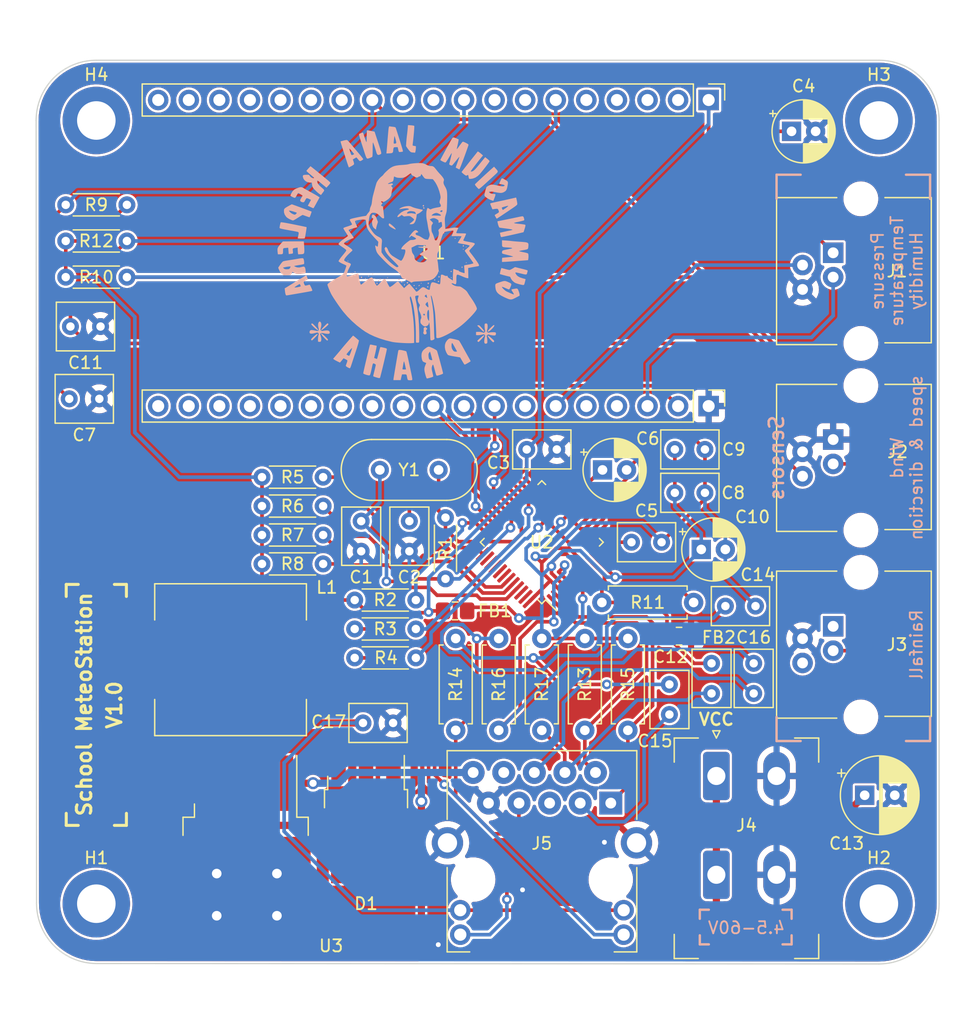
<source format=kicad_pcb>
(kicad_pcb (version 20211014) (generator pcbnew)
  (layers (0 "F.Cu" signal) (31 "B.Cu" signal) (34 "B.Paste" user) (35 "F.Paste" user) (36 "B.SilkS" user "B.Silkscreen") (37 "F.SilkS" user "F.Silkscreen") (38 "B.Mask" user) (39 "F.Mask" user) (44 "Edge.Cuts" user))
  (net 0 "")
  (net 1 "Net-(C1-Pad1)")
  (net 2 "GND")
  (net 3 "Net-(C2-Pad1)")
  (net 4 "+3V3")
  (net 5 "Net-(C5-Pad1)")
  (net 6 "GNDA")
  (net 7 "Net-(C6-Pad1)")
  (net 8 "Wind speed")
  (net 9 "Rain")
  (net 10 "Net-(C12-Pad1)")
  (net 11 "VPP")
  (net 12 "Net-(C14-Pad1)")
  (net 13 "/RX+")
  (net 14 "Net-(C15-Pad2)")
  (net 15 "/RX-")
  (net 16 "Net-(C16-Pad2)")
  (net 17 "VDDA")
  (net 18 "SDA")
  (net 19 "SCL")
  (net 20 "Wind dir")
  (net 23 "/TX+")
  (net 24 "/TX-")
  (net 27 "/GREENLED")
  (net 28 "/YELLOWLED")
  (net 29 "/IRQ")
  (net 30 "Net-(R3-Pad2)")
  (net 31 "Net-(R4-Pad2)")
  (net 32 "Net-(R5-Pad1)")
  (net 33 "Net-(R6-Pad1)")
  (net 34 "Net-(R7-Pad1)")
  (net 35 "Net-(R8-Pad1)")
  (net 36 "Net-(R11-Pad2)")
  (net 63 "Net-(D1-Pad4)")
  (net 64 "SCS")
  (net 65 "SCK")
  (net 66 "MISO")
  (net 67 "MOSI")
  (footprint "Capacitor_THT:CP_Radial_D5.0mm_P2.00mm" (layer "F.Cu") (at 50.044887 -41)
    (fp_text reference "C6")
    (fp_text value "10uF")
  )
  (footprint "Capacitor_THT:C_Rect_L4.6mm_W3.0mm_P2.50mm_MKS02_FKP02" (layer "F.Cu") (at 43.75 -42.7)
    (fp_text reference "C3")
    (fp_text value "10nF")
  )
  (footprint "Resistor_THT:R_Axial_DIN0204_L3.6mm_D1.6mm_P5.08mm_Horizontal" (layer "F.Cu") (at 29.46 -25.4)
    (fp_text reference "R4")
    (fp_text value "470")
  )
  (footprint "MountingHole:MountingHole_3.2mm_M3_DIN965_Pad" (layer "F.Cu") (at 73 -70)
    (fp_text reference "H3")
    (fp_text value "MountingHole")
  )
  (footprint "MountingHole:MountingHole_3.2mm_M3_DIN965_Pad" (layer "F.Cu") (at 8 -70)
    (fp_text reference "H4")
    (fp_text value "MountingHole")
  )
  (footprint "Capacitor_THT:C_Rect_L4.6mm_W3.0mm_P2.50mm_MKS02_FKP02" (layer "F.Cu") (at 56.05 -39.1)
    (fp_text reference "C8")
    (fp_text value "0.1uF")
  )
  (footprint "Capacitor_THT:C_Rect_L4.6mm_W3.0mm_P2.50mm_MKS02_FKP02" (layer "F.Cu") (at 30 -36.75 -90)
    (fp_text reference "C1")
    (fp_text value "18pF")
  )
  (footprint "Resistor_THT:R_Axial_DIN0204_L3.6mm_D1.6mm_P5.08mm_Horizontal" (layer "F.Cu") (at 10.54 -57 180)
    (fp_text reference "R10")
    (fp_text value "10K")
  )
  (footprint "School_meteo:Ferrite_bead_0805" (layer "F.Cu") (at 37.8 -29.3)
    (fp_text reference "FB1")
    (fp_text value "FerriteBead")
  )
  (footprint "Capacitor_THT:C_Rect_L4.6mm_W3.0mm_P2.50mm_MKS02_FKP02" (layer "F.Cu") (at 56.05 -42.7)
    (fp_text reference "C9")
    (fp_text value "0.1uF")
  )
  (footprint "Capacitor_THT:C_Rect_L4.6mm_W3.0mm_P2.50mm_MKS02_FKP02" (layer "F.Cu") (at 52.45 -35)
    (fp_text reference "C5")
    (fp_text value "0.1uF")
  )
  (footprint "School_meteo:4P4C" (layer "F.Cu") (at 71.5 -26.5 90)
    (fp_text reference "J3")
    (fp_text value "4P4C")
  )
  (footprint "MountingHole:MountingHole_3.2mm_M3_DIN965_Pad" (layer "F.Cu") (at 8 -5)
    (fp_text reference "H1")
    (fp_text value "MountingHole")
  )
  (footprint "Inductor_SMD:L_12x12mm_H8mm" (layer "F.Cu") (at 19.15 -25.25 180)
    (fp_text reference "L1")
    (fp_text value "47uH")
  )
  (footprint "School_meteo:Ferrite_bead_0805" (layer "F.Cu") (at 56.4 -27.2 180)
    (fp_text reference "FB2")
    (fp_text value "FerriteBead")
  )
  (footprint "Resistor_THT:R_Axial_DIN0207_L6.3mm_D2.5mm_P7.62mm_Horizontal" (layer "F.Cu") (at 41.425 -19.39 90)
    (fp_text reference "R16")
    (fp_text value "49.9")
  )
  (footprint "Resistor_THT:R_Axial_DIN0204_L3.6mm_D1.6mm_P5.08mm_Horizontal" (layer "F.Cu") (at 5.46 -60)
    (fp_text reference "R12")
    (fp_text value "1k")
  )
  (footprint "Package_TO_SOT_SMD:TO-263-5_TabPin3" (layer "F.Cu") (at 20.4 -9.225 -90)
    (fp_text reference "U3")
    (fp_text value "LM2592HVSX-3.3")
  )
  (footprint "Resistor_THT:R_Axial_DIN0204_L3.6mm_D1.6mm_P5.08mm_Horizontal" (layer "F.Cu") (at 26.84 -38 180)
    (fp_text reference "R6")
    (fp_text value "10K")
  )
  (footprint "Resistor_THT:R_Axial_DIN0204_L3.6mm_D1.6mm_P5.08mm_Horizontal" (layer "F.Cu") (at 26.84 -33.2 180)
    (fp_text reference "R8")
    (fp_text value "10K")
  )
  (footprint "Capacitor_THT:C_Rect_L4.6mm_W3.0mm_P2.50mm_MKS02_FKP02" (layer "F.Cu") (at 60.25 -29.7)
    (fp_text reference "C14")
    (fp_text value "10nF")
  )
  (footprint "Capacitor_THT:CP_Radial_D5.0mm_P2.00mm" (layer "F.Cu") (at 58.244887 -34.4)
    (fp_text reference "C10")
    (fp_text value "10uF")
  )
  (footprint "Capacitor_THT:C_Rect_L4.6mm_W3.0mm_P2.50mm_MKS02_FKP02" (layer "F.Cu") (at 55.6 -23.2 -90)
    (fp_text reference "C15")
    (fp_text value "6.8nF")
  )
  (footprint "School_meteo:4P4C" (layer "F.Cu") (at 71.5 -57.5 90)
    (fp_text reference "J1")
    (fp_text value "4P4C")
  )
  (footprint "Capacitor_THT:CP_Radial_D5.0mm_P2.00mm" (layer "F.Cu") (at 65.744888 -69.1)
    (fp_text reference "C4")
    (fp_text value "10uF")
  )
  (footprint "Package_QFP:LQFP-48_7x7mm_P0.5mm" (layer "F.Cu") (at 45 -35 135)
    (fp_text reference "U2")
    (fp_text value "WIZNET_W5500")
  )
  (footprint "Capacitor_THT:C_Rect_L4.6mm_W3.0mm_P2.50mm_MKS02_FKP02" (layer "F.Cu") (at 59.1 -22.45 90)
    (fp_text reference "C12")
    (fp_text value "10nF")
  )
  (footprint "Capacitor_THT:C_Rect_L4.6mm_W3.8mm_P2.50mm_MKS02_FKP02" (layer "F.Cu") (at 5.85 -52.9)
    (fp_text reference "C11")
    (fp_text value "1uF")
  )
  (footprint "Capacitor_THT:C_Rect_L4.6mm_W3.0mm_P2.50mm_MKS02_FKP02" (layer "F.Cu") (at 62.6 -24.95 -90)
    (fp_text reference "C16")
    (fp_text value "6.8nF")
  )
  (footprint "Resistor_THT:R_Axial_DIN0204_L3.6mm_D1.6mm_P5.08mm_Horizontal" (layer "F.Cu") (at 37 -31.96 90)
    (fp_text reference "R1")
    (fp_text value "1M")
  )
  (footprint "Resistor_THT:R_Axial_DIN0204_L3.6mm_D1.6mm_P5.08mm_Horizontal" (layer "F.Cu") (at 34.54 -30.2 180)
    (fp_text reference "R2")
    (fp_text value "10K")
  )
  (footprint "School_meteo:Phoenix_LPT_2,5_2-5,0" (layer "F.Cu") (at 62 -11.5)
    (fp_text reference "J4")
    (fp_text value "Terminal_block")
  )
  (footprint "Resistor_THT:R_Axial_DIN0204_L3.6mm_D1.6mm_P5.08mm_Horizontal" (layer "F.Cu") (at 10.54 -63 180)
    (fp_text reference "R9")
    (fp_text value "1k")
  )
  (footprint "Resistor_THT:R_Axial_DIN0207_L6.3mm_D2.5mm_P7.62mm_Horizontal" (layer "F.Cu") (at 52.15 -27.01 -90)
    (fp_text reference "R15")
    (fp_text value "49.9")
  )
  (footprint "School_meteo:4P4C" (layer "F.Cu") (at 71.5 -42 90)
    (fp_text reference "J2")
    (fp_text value "4P4C")
  )
  (footprint "Resistor_THT:R_Axial_DIN0204_L3.6mm_D1.6mm_P5.08mm_Horizontal" (layer "F.Cu") (at 26.84 -35.6 180)
    (fp_text reference "R7")
    (fp_text value "10K")
  )
  (footprint "School_meteo:ESP-WROOM-32" (layer "F.Cu") (at 36 -59 -90)
    (fp_text reference "U1")
    (fp_text value "ESP-WROOM-32")
  )
  (footprint "Resistor_THT:R_Axial_DIN0207_L6.3mm_D2.5mm_P7.62mm_Horizontal" (layer "F.Cu") (at 49.99 -30)
    (fp_text reference "R11")
    (fp_text value "12.4K")
  )
  (footprint "Capacitor_THT:C_Rect_L4.6mm_W3.0mm_P2.50mm_MKS02_FKP02" (layer "F.Cu") (at 34 -36.75 -90)
    (fp_text reference "C2")
    (fp_text value "18pF")
  )
  (footprint "Resistor_THT:R_Axial_DIN0204_L3.6mm_D1.6mm_P5.08mm_Horizontal" (layer "F.Cu") (at 26.84 -40.4 180)
    (fp_text reference "R5")
    (fp_text value "10K")
  )
  (footprint "Resistor_THT:R_Axial_DIN0204_L3.6mm_D1.6mm_P5.08mm_Horizontal" (layer "F.Cu") (at 29.46 -27.8)
    (fp_text reference "R3")
    (fp_text value "470")
  )
  (footprint "Capacitor_THT:C_Rect_L4.6mm_W3.0mm_P2.50mm_MKS02_FKP02" (layer "F.Cu") (at 32.65 -20 180)
    (fp_text reference "C17")
    (fp_text value "22uF")
  )
  (footprint "School_meteo:TE_Connectivity_PoE" (layer "F.Cu") (at 45 -7)
    (fp_text reference "J5")
    (fp_text value "8P8C_MAG_POE_LED")
  )
  (footprint "Capacitor_THT:C_Rect_L4.6mm_W3.8mm_P2.50mm_MKS02_FKP02" (layer "F.Cu") (at 5.75 -46.9)
    (fp_text reference "C7")
    (fp_text value "1uF")
  )
  (footprint "Crystal:Crystal_HC49-U_Vertical" (layer "F.Cu") (at 31.55 -41)
    (fp_text reference "Y1")
    (fp_text value "25MHz")
  )
  (footprint "MountingHole:MountingHole_3.2mm_M3_DIN965_Pad" (layer "F.Cu") (at 73 -5)
    (fp_text reference "H2")
    (fp_text value "MountingHole")
  )
  (footprint "Resistor_THT:R_Axial_DIN0207_L6.3mm_D2.5mm_P7.62mm_Horizontal" (layer "F.Cu") (at 37.85 -27.01 -90)
    (fp_text reference "R14")
    (fp_text value "49.9")
  )
  (footprint "Resistor_THT:R_Axial_DIN0207_L6.3mm_D2.5mm_P7.62mm_Horizontal" (layer "F.Cu") (at 45 -27.01 -90)
    (fp_text reference "R17")
    (fp_text value "10")
  )
  (footprint "Capacitor_THT:CP_Radial_D6.3mm_P2.50mm" (layer "F.Cu") (at 71.81762 -14)
    (fp_text reference "C13")
    (fp_text value "22uF")
  )
  (footprint "Resistor_THT:R_Axial_DIN0207_L6.3mm_D2.5mm_P7.62mm_Horizontal" (layer "F.Cu") (at 48.575 -27.01 -90)
    (fp_text reference "R13")
    (fp_text value "49.9")
  )
  (footprint "Package_TO_SOT_SMD:TO-252-3_TabPin4" (layer "F.Cu") (at 30.4 -12 -90)
    (fp_text reference "D1")
    (fp_text value "MBRD20150CT")
  )
  (footprint "School_meteo:kepler" (layer "B.Cu") (at 33.5 -58.75 180)
    (fp_text reference "REF**" hide)
    (fp_text value "kepler")
  )
  (gr_line (start 58.125 -4.5) (end 58.125 -3.75) (layer "B.SilkS") (width 0.2))
  (gr_line (start 64.5 -18.5) (end 66.5 -18.5) (layer "B.SilkS") (width 0.2))
  (gr_line (start 64.5 -65.5) (end 64.5 -63.5) (layer "B.SilkS") (width 0.2))
  (gr_line (start 77.25 -18.5) (end 77.25 -20.5) (layer "B.SilkS") (width 0.2))
  (gr_line (start 58.125 -1.625) (end 58.875 -1.625) (layer "B.SilkS") (width 0.2))
  (gr_line (start 58.125 -2.375) (end 58.125 -1.625) (layer "B.SilkS") (width 0.2))
  (gr_line (start 65.75 -3.75) (end 65.75 -4.5) (layer "B.SilkS") (width 0.2))
  (gr_line (start 65.75 -1.625) (end 65.75 -2.375) (layer "B.SilkS") (width 0.2))
  (gr_line (start 65.75 -4.5) (end 65 -4.5) (layer "B.SilkS") (width 0.2))
  (gr_line (start 65 -1.625) (end 65.75 -1.625) (layer "B.SilkS") (width 0.2))
  (gr_line (start 77.25 -63.5) (end 77.25 -65.5) (layer "B.SilkS") (width 0.2))
  (gr_line (start 66.5 -65.5) (end 64.5 -65.5) (layer "B.SilkS") (width 0.2))
  (gr_line (start 75.25 -18.5) (end 77.25 -18.5) (layer "B.SilkS") (width 0.2))
  (gr_line (start 77.25 -65.5) (end 75.25 -65.5) (layer "B.SilkS") (width 0.2))
  (gr_line (start 58.875 -4.5) (end 58.125 -4.5) (layer "B.SilkS") (width 0.2))
  (gr_line (start 64.5 -20.5) (end 64.5 -18.5) (layer "B.SilkS") (width 0.2))
  (gr_line (start 5.5 -12.5) (end 5.5 -11.5) (layer "F.SilkS") (width 0.25))
  (gr_line (start 5.5 -11.5) (end 6.5 -11.5) (layer "F.SilkS") (width 0.25))
  (gr_line (start 10.5 -30.5) (end 10.5 -31.5) (layer "F.SilkS") (width 0.25))
  (gr_line (start 6.5 -31.5) (end 5.5 -31.5) (layer "F.SilkS") (width 0.25))
  (gr_line (start 10.5 -31.5) (end 9.5 -31.5) (layer "F.SilkS") (width 0.25))
  (gr_line (start 10.5 -11.5) (end 10.5 -12.5) (layer "F.SilkS") (width 0.25))
  (gr_line (start 9.5 -11.5) (end 10.5 -11.5) (layer "F.SilkS") (width 0.25))
  (gr_line (start 5.5 -31.5) (end 5.5 -30.5) (layer "F.SilkS") (width 0.25))
  (gr_line (start 8.035534 -0.035534) (end 73 0) (layer "Edge.Cuts") (width 0.1))
  (gr_line (start 73 -75) (end 8 -75) (layer "Edge.Cuts") (width 0.1))
  (gr_line (start 3 -70) (end 3.035534 -5.035534) (layer "Edge.Cuts") (width 0.1))
  (gr_arc (start 8.035534 -0.035534) (mid 4.5 -1.5) (end 3.035534 -5.035534) (layer "Edge.Cuts") (width 0.1))
  (gr_arc (start 73 -75) (mid 76.535534 -73.535534) (end 78 -70) (layer "Edge.Cuts") (width 0.1))
  (gr_line (start 78 -5) (end 78 -70) (layer "Edge.Cuts") (width 0.1))
  (gr_arc (start 3 -70) (mid 4.464466 -73.535534) (end 8 -75) (layer "Edge.Cuts") (width 0.1))
  (gr_arc (start 78 -5) (mid 76.535534 -1.464466) (end 73 0) (layer "Edge.Cuts") (width 0.1))
  (gr_text "Sensors" (at 64.5 -42 90) (layer "B.SilkS") (effects (font (size 1.2 1.2) (thickness 0.2)) (justify mirror)))
  (gr_text "Wind\nspeed & direction" (at 75.305 -42 90) (layer "B.SilkS") (effects (font (size 1 1)) (justify mirror)))
  (gr_text "Rainfall" (at 76.11 -26.5 90) (layer "B.SilkS") (effects (font (size 1 1)) (justify mirror)))
  (gr_text "4.5-60V" (at 62 -3) (layer "B.SilkS") (effects (font (size 1 1)) (justify mirror)))
  (gr_text "Pressure\nTemperature\nHumidity" (at 74.5 -57.5 90) (layer "B.SilkS") (effects (font (size 1 1)) (justify mirror)))
  (gr_text "School MeteoStation" (at 7 -21.546429 90) (layer "F.SilkS") (effects (font (size 1.2 1.2) (thickness 0.25))))
  (gr_text "V1.0" (at 9.5 -21.5 90) (layer "F.SilkS") (effects (font (size 1.2 1.2) (thickness 0.25))))
  (segment (start 42.472829 -36.272829) (end 42.4 -36.2) (width 0.3) (layer "F.Cu") (net 1))
  (segment (start 41.879891 -37.766555) (end 42.472829 -37.173617) (width 0.3) (layer "F.Cu") (net 1))
  (segment (start 42.472829 -37.173617) (end 42.472829 -36.272829) (width 0.3) (layer "F.Cu") (net 1))
  (segment (start 37 -31.96) (end 34.66 -31.96) (width 0.3) (layer "F.Cu") (net 1))
  (segment (start 34.4495 -31.7495) (end 32.1 -31.7495) (width 0.3) (layer "F.Cu") (net 1))
  (segment (start 34.66 -31.96) (end 34.4495 -31.7495) (width 0.3) (layer "F.Cu") (net 1))
  (via (at 42.4 -36.2) (size 0.8) (drill 0.4) (layers "F.Cu" "B.Cu") (net 1))
  (via (at 32.1 -31.7495) (size 0.8) (drill 0.4) (layers "F.Cu" "B.Cu") (net 1))
  (segment (start 31.55 -41) (end 31.55 -38.3) (width 0.3) (layer "B.Cu") (net 1))
  (segment (start 32.1 -34.65) (end 30 -36.75) (width 0.3) (layer "B.Cu") (net 1))
  (segment (start 31.55 -38.3) (end 30 -36.75) (width 0.3) (layer "B.Cu") (net 1))
  (segment (start 32.1 -34.65) (end 32.1 -31.7495) (width 0.3) (layer "B.Cu") (net 1))
  (segment (start 42.4 -36.2) (end 38.16 -31.96) (width 0.3) (layer "B.Cu") (net 1))
  (segment (start 38.16 -31.96) (end 37 -31.96) (width 0.3) (layer "B.Cu") (net 1))
  (segment (start 37.15 -10.05) (end 37.255 -10.05) (width 0.6) (layer "F.Cu") (net 2))
  (via (at 18 -4) (size 1.2) (drill 0.8) (layers "F.Cu" "B.Cu") (net 2))
  (via (at 36.4 -1.6) (size 0.8) (drill 0.4) (layers "F.Cu" "B.Cu") (net 2))
  (via (at 23 -7.5) (size 1.2) (drill 0.8) (layers "F.Cu" "B.Cu") (net 2))
  (via (at 50.2 -10.1) (size 0.8) (drill 0.4) (layers "F.Cu" "B.Cu") (net 2))
  (via (at 18 -7.5) (size 1.2) (drill 0.8) (layers "F.Cu" "B.Cu") (net 2))
  (via (at 23 -4) (size 1.2) (drill 0.8) (layers "F.Cu" "B.Cu") (net 2))
  (via (at 43.4 -6.15) (size 0.8) (drill 0.4) (layers "F.Cu" "B.Cu") (net 2))
  (segment (start 30 -32.1) (end 30 -34.25) (width 0.3) (layer "B.Cu") (net 2))
  (segment (start 34 -34.25) (end 34 -32.1) (width 0.3) (layer "B.Cu") (net 2))
  (segment (start 32.9 -31) (end 31.1 -31) (width 0.3) (layer "B.Cu") (net 2))
  (segment (start 34 -32.1) (end 32.9 -31) (width 0.3) (layer "B.Cu") (net 2))
  (segment (start 31.1 -31) (end 30 -32.1) (width 0.3) (layer "B.Cu") (net 2))
  (segment (start 36.43 -41) (end 36.43 -39.07) (width 0.3) (layer "F.Cu") (net 3))
  (segment (start 42.652297 -35.052297) (end 43.3 -35.7) (width 0.3) (layer "F.Cu") (net 3))
  (segment (start 34.67 -39.07) (end 36.43 -39.07) (width 0.3) (layer "F.Cu") (net 3))
  (segment (start 36.43 -39.07) (end 36.43 -37.61) (width 0.3) (layer "F.Cu") (net 3))
  (segment (start 38.047703 -35.052297) (end 42.652297 -35.052297) (width 0.3) (layer "F.Cu") (net 3))
  (segment (start 43.3 -37.053554) (end 42.233445 -38.120109) (width 0.3) (layer "F.Cu") (net 3))
  (segment (start 43.3 -35.7) (end 43.3 -37.053554) (width 0.3) (layer "F.Cu") (net 3))
  (segment (start 36.43 -37.61) (end 37 -37.04) (width 0.3) (layer "F.Cu") (net 3))
  (segment (start 34 -36.75) (end 34 -38.4) (width 0.3) (layer "F.Cu") (net 3))
  (segment (start 37 -37.04) (end 37 -36.1) (width 0.3) (layer "F.Cu") (net 3))
  (segment (start 37 -36.1) (end 38.047703 -35.052297) (width 0.3) (layer "F.Cu") (net 3))
  (segment (start 34 -38.4) (end 34.67 -39.07) (width 0.3) (layer "F.Cu") (net 3))
  (segment (start 7.54 -60) (end 10.54 -63) (width 0.3) (layer "F.Cu") (net 4))
  (segment (start 51.785 -4.46) (end 38.23 -4.46) (width 0.3) (layer "F.Cu") (net 4))
  (segment (start 30.15 -20) (end 20.3 -20) (width 0.6) (layer "F.Cu") (net 4))
  (segment (start 58.86 -64.84) (end 60.5 -63.2) (width 0.3) (layer "F.Cu") (net 4))
  (segment (start 59 -69.1) (end 58.86 -69.24) (width 0.3) (layer "F.Cu") (net 4))
  (segment (start 5.46 -60) (end 7.54 -60) (width 0.3) (layer "F.Cu") (net 4))
  (segment (start 17.9 -20) (end 17.4 -20.5) (width 0.6) (layer "F.Cu") (net 4))
  (segment (start 30.51 -29.15) (end 29.46 -30.2) (width 0.3) (layer "F.Cu") (net 4))
  (segment (start 21.76 -40.4) (end 21.76 -33.2) (width 0.3) (layer "F.Cu") (net 4))
  (segment (start 43.75 -42.7) (end 43.75 -41.17462) (width 0.3) (layer "F.Cu") (net 4))
  (segment (start 58.86 -71.7) (end 58.86 -69.24) (width 0.3) (layer "F.Cu") (net 4))
  (segment (start 21.76 -31.94) (end 21.76 -33.2) (width 0.3) (layer "F.Cu") (net 4))
  (segment (start 43.75 -41.17462) (end 42.347614 -39.772234) (width 0.3) (layer "F.Cu") (net 4))
  (segment (start 65.744888 -69.1) (end 59 -69.1) (width 0.3) (layer "F.Cu") (net 4))
  (segment (start 60.5 -63.2) (end 65.02 -63.2) (width 0.3) (layer "F.Cu") (net 4))
  (segment (start 58.86 -69.24) (end 58.86 -64.84) (width 0.3) (layer "F.Cu") (net 4))
  (segment (start 16.65 -25.25) (end 14.2 -25.25) (width 0.6) (layer "F.Cu") (net 4))
  (segment (start 29.46 -30.2) (end 23.5 -30.2) (width 0.3) (layer "F.Cu") (net 4))
  (segment (start 20.3 -20) (end 20.3 -27) (width 0.3) (layer "F.Cu") (net 4))
  (segment (start 5.46 -60) (end 5.46 -57) (width 0.3) (layer "F.Cu") (net 4))
  (segment (start 35.55 -29.15) (end 30.51 -29.15) (width 0.3) (layer "F.Cu") (net 4))
  (segment (start 20.3 -27) (end 23.5 -30.2) (width 0.3) (layer "F.Cu") (net 4))
  (segment (start 20.3 -20) (end 17.9 -20) (width 0.6) (layer "F.Cu") (net 4))
  (segment (start 35.7 -29.3) (end 35.6 -29.2) (width 0.3) (layer "F.Cu") (net 4))
  (segment (start 17.4 -20.5) (end 17.4 -24.5) (width 0.6) (layer "F.Cu") (net 4))
  (segment (start 65.02 -63.2) (end 69.2 -59.02) (width 0.3) (layer "F.Cu") (net 4))
  (segment (start 18.7 -15) (end 18.7 -19.8) (width 0.6) (layer "F.Cu") (net 4))
  (segment (start 17.4 -24.5) (end 16.65 -25.25) (width 0.6) (layer "F.Cu") (net 4))
  (segment (start 35.6 -29.2) (end 35.55 -29.15) (width 0.3) (layer "F.Cu") (net 4))
  (segment (start 23.5 -30.2) (end 21.76 -31.94) (width 0.3) (layer "F.Cu") (net 4))
  (segment (start 36.8 -29.3) (end 35.7 -29.3) (width 0.3) (layer "F.Cu") (net 4))
  (segment (start 42.347614 -39.772234) (end 42.347614 -39.420154) (width 0.3) (layer "F.Cu") (net 4))
  (segment (start 42.347614 -39.420154) (end 42.940551 -38.827215) (width 0.3) (layer "F.Cu") (net 4))
  (via (at 35.6 -29.2) (size 0.8) (drill 0.4) (layers "F.Cu" "B.Cu") (net 4))
  (segment (start 44.82 -43.77) (end 44.82 -55.66) (width 0.3) (layer "B.Cu") (net 4))
  (segment (start 7.9 -57) (end 11.2 -53.7) (width 0.3) (layer "B.Cu") (net 4))
  (segment (start 11.2 -44.1) (end 14.9 -40.4) (width 0.3) (layer "B.Cu") (net 4))
  (segment (start 11.2 -53.7) (end 11.2 -44.1) (width 0.3) (layer "B.Cu") (net 4))
  (segment (start 35.6 -29.2) (end 35.6 -32.044925) (width 0.3) (layer "B.Cu") (net 4))
  (segment (start 43.75 -42.7) (end 44.82 -43.77) (width 0.3) (layer "B.Cu") (net 4))
  (segment (start 30.14 -4.46) (end 23.6 -11) (width 0.3) (layer "B.Cu") (net 4))
  (segment (start 14.9 -40.4) (end 21.76 -40.4) (width 0.3) (layer "B.Cu") (net 4))
  (segment (start 38.23 -4.46) (end 30.14 -4.46) (width 0.3) (layer "B.Cu") (net 4))
  (segment (start 58.86 -69.7) (end 44.82 -55.66) (width 0.3) (layer "B.Cu") (net 4))
  (segment (start 23.6 -11) (end 23.6 -16.7) (width 0.3) (layer "B.Cu") (net 4))
  (segment (start 23.6 -16.7) (end 26.9 -20) (width 0.3) (layer "B.Cu") (net 4))
  (segment (start 35.6 -32.044925) (end 43.75 -40.194925) (width 0.3) (layer "B.Cu") (net 4))
  (segment (start 43.75 -40.194925) (end 43.75 -42.7) (width 0.3) (layer "B.Cu") (net 4))
  (segment (start 58.86 -71.7) (end 58.86 -69.7) (width 0.3) (layer "B.Cu") (net 4))
  (segment (start 26.9 -20) (end 30.15 -20) (width 0.3) (layer "B.Cu") (net 4))
  (segment (start 5.46 -57) (end 7.9 -57) (width 0.3) (layer "B.Cu") (net 4))
  (segment (start 52.45 -35) (end 47.2 -35) (width 0.3) (layer "F.Cu") (net 5))
  (segment (start 47.2 -35) (end 45.6 -36.6) (width 0.3) (layer "F.Cu") (net 5))
  (segment (start 45.6 -36.6) (end 45.6 -38.074874) (width 0.3) (layer "F.Cu") (net 5))
  (segment (start 45.6 -38.074874) (end 46.705895 -39.180769) (width 0.3) (layer "F.Cu") (net 5))
  (segment (start 49.133884 -37.366116) (end 52.044887 -40.277119) (width 0.3) (layer "F.Cu") (net 6))
  (segment (start 48.827215 -32.940551) (end 49.7 -32.067766) (width 0.3) (layer "F.Cu") (net 6))
  (segment (start 49.99 -31.302894) (end 49.99 -30) (width 0.3) (layer "F.Cu") (net 6))
  (segment (start 49.7 -32.067766) (end 49.7 -31.592894) (width 0.3) (layer "F.Cu") (net 6))
  (segment (start 49.7 -31.592894) (end 49.99 -31.302894) (width 0.3) (layer "F.Cu") (net 6))
  (segment (start 57.5 -43.75) (end 58.55 -42.7) (width 0.3) (layer "F.Cu") (net 6))
  (segment (start 54.794887 -43.75) (end 57.5 -43.75) (width 0.3) (layer "F.Cu") (net 6))
  (segment (start 54.95 -35) (end 58.55 -38.6) (width 0.3) (layer "F.Cu") (net 6))
  (segment (start 55.4 -27.2) (end 55.4 -28.9) (width 0.3) (layer "F.Cu") (net 6))
  (segment (start 44.470023 -33.829977) (end 45 -33.3) (width 0.3) (layer "F.Cu") (net 6))
  (segment (start 58.55 -38.6) (end 58.55 -39.1) (width 0.3) (layer "F.Cu") (net 6))
  (segment (start 48.786954 -38.713046) (end 50.12726 -37.37274) (width 0.3) (layer "F.Cu") (net 6))
  (segment (start 45 -32.525128) (end 45 -33.3) (width 0.3) (layer "F.Cu") (net 6))
  (segment (start 46.2 -34.5) (end 47.267767 -34.5) (width 0.3) (layer "F.Cu") (net 6))
  (segment (start 57.65 -24.95) (end 55.4 -27.2) (width 0.3) (layer "F.Cu") (net 6))
  (segment (start 45 -33.3) (end 46.2 -34.5) (width 0.3) (layer "F.Cu") (net 6))
  (segment (start 44.001212 -30.112124) (end 44.012124 -30.112124) (width 0.3) (layer "F.Cu") (net 6))
  (segment (start 48.786954 -38.713046) (end 48.359492 -38.713046) (width 0.3) (layer "F.Cu") (net 6))
  (segment (start 49.534322 -36.352342) (end 50.12726 -36.94528) (width 0.3) (layer "F.Cu") (net 6))
  (segment (start 59.1 -24.95) (end 57.65 -24.95) (width 0.3) (layer "F.Cu") (net 6))
  (segment (start 52.044887 -41) (end 54.794887 -43.75) (width 0.3) (layer "F.Cu") (net 6))
  (segment (start 54.3 -30) (end 49.99 -30) (width 0.3) (layer "F.Cu") (net 6))
  (segment (start 55.4 -28.9) (end 54.3 -30) (width 0.3) (layer "F.Cu") (net 6))
  (segment (start 52.044887 -41) (end 52.044887 -40.277119) (width 0.3) (layer "F.Cu") (net 6))
  (segment (start 44.012124 -30.112124) (end 45.712564 -31.812564) (width 0.3) (layer "F.Cu") (net 6))
  (segment (start 58.55 -42.7) (end 58.55 -39.1) (width 0.3) (layer "F.Cu") (net 6))
  (segment (start 45.712564 -31.812564) (end 45 -32.525128) (width 0.3) (layer "F.Cu") (net 6))
  (segment (start 47.267767 -34.5) (end 48.827215 -32.940551) (width 0.3) (layer "F.Cu") (net 6))
  (segment (start 50.12726 -36.94528) (end 50.12726 -37.37274) (width 0.3) (layer "F.Cu") (net 6))
  (segment (start 46.705895 -30.819231) (end 45.712564 -31.812564) (width 0.3) (layer "F.Cu") (net 6))
  (segment (start 48.359492 -38.713046) (end 47.823223 -38.176777) (width 0.3) (layer "F.Cu") (net 6))
  (via (at 44.470023 -33.829977) (size 0.8) (drill 0.4) (layers "F.Cu" "B.Cu") (net 6))
  (segment (start 60.244887 -36.055113) (end 60.244887 -34.4) (width 0.3) (layer "B.Cu") (net 6))
  (segment (start 44.470023 -33.829977) (end 45.570844 -33.829977) (width 0.3) (layer "B.Cu") (net 6))
  (segment (start 48.340867 -36.6) (end 53.35 -36.6) (width 0.3) (layer "B.Cu") (net 6))
  (segment (start 60.244887 -34.4) (end 60.244887 -32.205113) (width 0.3) (layer "B.Cu") (net 6))
  (segment (start 60.244887 -32.205113) (end 62.75 -29.7) (width 0.3) (layer "B.Cu") (net 6))
  (segment (start 53.35 -36.6) (end 54.95 -35) (width 0.3) (layer "B.Cu") (net 6))
  (segment (start 58.55 -39.1) (end 58.55 -37.75) (width 0.3) (layer "B.Cu") (net 6))
  (segment (start 45.570844 -33.829977) (end 48.340867 -36.6) (width 0.3) (layer "B.Cu") (net 6))
  (segment (start 58.55 -37.75) (end 60.244887 -36.055113) (width 0.3) (layer "B.Cu") (net 6))
  (segment (start 49.93934 -41) (end 47.413002 -38.473662) (width 0.3) (layer "F.Cu") (net 7))
  (segment (start 50.044887 -41) (end 49.93934 -41) (width 0.3) (layer "F.Cu") (net 7))
  (segment (start 32.52 -70.1) (end 30.92 -71.7) (width 0.3) (layer "F.Cu") (net 8))
  (segment (start 5.46 -63) (end 4.41 -61.95) (width 0.3) (layer "F.Cu") (net 8))
  (segment (start 71.3 -44.4) (end 45.6 -70.1) (width 0.3) (layer "F.Cu") (net 8))
  (segment (start 71.3 -41.5) (end 71.3 -44.4) (width 0.3) (layer "F.Cu") (net 8))
  (segment (start 4.41 -48.24) (end 5.75 -46.9) (width 0.3) (layer "F.Cu") (net 8))
  (segment (start 4.41 -61.95) (end 4.41 -48.24) (width 0.3) (layer "F.Cu") (net 8))
  (segment (start 69.2 -41.5) (end 71.3 -41.5) (width 0.3) (layer "F.Cu") (net 8))
  (segment (start 45.6 -70.1) (end 32.52 -70.1) (width 0.3) (layer "F.Cu") (net 8))
  (segment (start 30.92 -69.7) (end 30.92 -71.7) (width 0.3) (layer "B.Cu") (net 8))
  (segment (start 5.46 -63) (end 6.51 -64.05) (width 0.3) (layer "B.Cu") (net 8))
  (segment (start 25.27 -64.05) (end 30.92 -69.7) (width 0.3) (layer "B.Cu") (net 8))
  (segment (start 6.51 -64.05) (end 25.27 -64.05) (width 0.3) (layer "B.Cu") (net 8))
  (segment (start 71.4 -26.9) (end 71.4 -29.899999) (width 0.3) (layer "F.Cu") (net 9))
  (segment (start 7.25 -51.5) (end 5.85 -52.9) (width 0.3) (layer "F.Cu") (net 9))
  (segment (start 5.85 -55.31) (end 5.85 -52.9) (width 0.3) (layer "F.Cu") (net 9))
  (segment (start 70.5 -26) (end 71.4 -26.9) (width 0.3) (layer "F.Cu") (net 9))
  (segment (start 69.2 -26) (end 70.5 -26) (width 0.3) (layer "F.Cu") (net 9))
  (segment (start 60.9 -48.1) (end 57.5 -51.5) (width 0.3) (layer "F.Cu") (net 9))
  (segment (start 10.54 -60) (end 5.85 -55.31) (width 0.3) (layer "F.Cu") (net 9))
  (segment (start 60.9 -40.399999) (end 60.9 -48.1) (width 0.3) (layer "F.Cu") (net 9))
  (segment (start 57.5 -51.5) (end 7.25 -51.5) (width 0.3) (layer "F.Cu") (net 9))
  (segment (start 71.4 -29.899999) (end 60.9 -40.399999) (width 0.3) (layer "F.Cu") (net 9))
  (segment (start 28.8 -60) (end 38.54 -69.74) (width 0.3) (layer "B.Cu") (net 9))
  (segment (start 10.54 -60) (end 28.8 -60) (width 0.3) (layer "B.Cu") (net 9))
  (segment (start 38.54 -71.7) (end 38.54 -69.74) (width 0.3) (layer "B.Cu") (net 9))
  (segment (start 46.905 -15.89) (end 46.905 -17.485) (width 0.3) (layer "F.Cu") (net 10))
  (segment (start 46.905 -17.485) (end 45 -19.39) (width 0.3) (layer "F.Cu") (net 10))
  (segment (start 46.905 -15.89) (end 52.915 -21.9) (width 0.3) (layer "B.Cu") (net 10))
  (segment (start 57.65 -22.45) (end 59.1 -22.45) (width 0.3) (layer "B.Cu") (net 10))
  (segment (start 57.1 -21.9) (end 57.65 -22.45) (width 0.3) (layer "B.Cu") (net 10))
  (segment (start 52.915 -21.9) (end 57.1 -21.9) (width 0.3) (layer "B.Cu") (net 10))
  (segment (start 26 -15) (end 23.8 -15) (width 0.6) (layer "F.Cu") (net 11))
  (segment (start 59.5 -11.75) (end 59.5 -7.4) (width 0.6) (layer "F.Cu") (net 11))
  (segment (start 59.5 -15.6) (end 59.5 -11.75) (width 0.6) (layer "F.Cu") (net 11))
  (segment (start 35 -1) (end 35 -13.5) (width 0.6) (layer "F.Cu") (net 11))
  (segment (start 71.81762 -14) (end 69.56762 -11.75) (width 0.6) (layer "F.Cu") (net 11))
  (segment (start 35.4 -0.6) (end 35 -1) (width 0.6) (layer "F.Cu") (net 11))
  (segment (start 59.5 -7.4) (end 59.5 -4) (width 0.6) (layer "F.Cu") (net 11))
  (segment (start 69.56762 -11.75) (end 59.5 -11.75) (width 0.6) (layer "F.Cu") (net 11))
  (segment (start 59.5 -4) (end 56.1 -0.6) (width 0.6) (layer "F.Cu") (net 11))
  (segment (start 56.1 -0.6) (end 35.4 -0.6) (width 0.6) (layer "F.Cu") (net 11))
  (via (at 26 -15) (size 1) (drill 0.6) (layers "F.Cu" "B.Cu") (net 11))
  (via (at 35 -13.5) (size 1) (drill 0.6) (layers "F.Cu" "B.Cu") (net 11))
  (segment (start 35 -13.5) (end 35 -15.75) (width 0.6) (layer "B.Cu") (net 11))
  (segment (start 26 -15) (end 28.12 -15) (width 0.6) (layer "B.Cu") (net 11))
  (segment (start 35.14 -15.89) (end 39.285 -15.89) (width 0.6) (layer "B.Cu") (net 11))
  (segment (start 28.12 -15) (end 29.01 -15.89) (width 0.6) (layer "B.Cu") (net 11))
  (segment (start 29.01 -15.89) (end 35.14 -15.89) (width 0.6) (layer "B.Cu") (net 11))
  (segment (start 35 -15.75) (end 35.14 -15.89) (width 0.6) (layer "B.Cu") (net 11))
  (segment (start 37.85 -13.95) (end 41 -10.8) (width 0.3) (layer "F.Cu") (net 12))
  (segment (start 41 -10.8) (end 42.6 -10.8) (width 0.3) (layer "F.Cu") (net 12))
  (segment (start 37.85 -19.39) (end 37.85 -13.95) (width 0.3) (layer "F.Cu") (net 12))
  (segment (start 43.095 -11.295) (end 43.095 -13.35) (width 0.3) (layer "F.Cu") (net 12))
  (segment (start 39.6 -27) (end 39.6 -21.14) (width 0.3) (layer "F.Cu") (net 12))
  (segment (start 39.6 -21.14) (end 37.85 -19.39) (width 0.3) (layer "F.Cu") (net 12))
  (segment (start 42.6 -10.8) (end 43.095 -11.295) (width 0.3) (layer "F.Cu") (net 12))
  (via (at 39.6 -27) (size 0.8) (drill 0.4) (layers "F.Cu" "B.Cu") (net 12))
  (segment (start 59.25 -28.7) (end 60.25 -29.7) (width 0.3) (layer "B.Cu") (net 12))
  (segment (start 39.61 -27.01) (end 39.6 -27) (width 0.3) (layer "B.Cu") (net 12))
  (segment (start 46.3 -25.6) (end 49.6 -25.6) (width 0.3) (layer "B.Cu") (net 12))
  (segment (start 36.7 -27.486346) (end 36.7 -26.533654) (width 0.3) (layer "B.Cu") (net 12))
  (segment (start 41.425 -27.01) (end 39.61 -27.01) (width 0.3) (layer "B.Cu") (net 12))
  (segment (start 37.373654 -25.86) (end 38.292894 -25.86) (width 0.3) (layer "B.Cu") (net 12))
  (segment (start 38.44 -28.16) (end 37.373654 -28.16) (width 0.3) (layer "B.Cu") (net 12))
  (segment (start 50.4 -28) (end 51.1 -28.7) (width 0.3) (layer "B.Cu") (net 12))
  (segment (start 36.7 -26.533654) (end 37.373654 -25.86) (width 0.3) (layer "B.Cu") (net 12))
  (segment (start 49.6 -25.6) (end 50.4 -26.4) (width 0.3) (layer "B.Cu") (net 12))
  (segment (start 50.4 -26.4) (end 50.4 -28) (width 0.3) (layer "B.Cu") (net 12))
  (segment (start 37.373654 -28.16) (end 36.7 -27.486346) (width 0.3) (layer "B.Cu") (net 12))
  (segment (start 39.6 -27) (end 38.44 -28.16) (width 0.3) (layer "B.Cu") (net 12))
  (segment (start 45.1 -24.4) (end 46.3 -25.6) (width 0.3) (layer "B.Cu") (net 12))
  (segment (start 51.1 -28.7) (end 59.25 -28.7) (width 0.3) (layer "B.Cu") (net 12))
  (segment (start 39.752894 -24.4) (end 45.1 -24.4) (width 0.3) (layer "B.Cu") (net 12))
  (segment (start 38.292894 -25.86) (end 39.752894 -24.4) (width 0.3) (layer "B.Cu") (net 12))
  (segment (start 47.766555 -31.879891) (end 48.4 -31.246446) (width 0.3) (layer "F.Cu") (net 13))
  (segment (start 50.4 -23.2) (end 46.5 -23.2) (width 0.3) (layer "F.Cu") (net 13))
  (segment (start 48.4 -31.246446) (end 48.4 -30.3) (width 0.3) (layer "F.Cu") (net 13))
  (segment (start 46.5 -23.2) (end 44.3 -25.4) (width 0.3) (layer "F.Cu") (net 13))
  (via (at 44.3 -25.4) (size 0.8) (drill 0.4) (layers "F.Cu" "B.Cu") (net 13))
  (via (at 48.4 -30.3) (size 0.8) (drill 0.4) (layers "F.Cu" "B.Cu") (net 13))
  (via (at 50.4 -23.2) (size 0.8) (drill 0.4) (layers "F.Cu" "B.Cu") (net 13))
  (segment (start 48.4 -28.630673) (end 45.169327 -25.4) (width 0.3) (layer "B.Cu") (net 13))
  (segment (start 45.169327 -25.4) (end 44.3 -25.4) (width 0.3) (layer "B.Cu") (net 13))
  (segment (start 50.4 -23.2) (end 55.6 -23.2) (width 0.3) (layer "B.Cu") (net 13))
  (segment (start 44.3 -25.4) (end 39.46 -25.4) (width 0.3) (layer "B.Cu") (net 13))
  (segment (start 39.46 -25.4) (end 37.85 -27.01) (width 0.3) (layer "B.Cu") (net 13))
  (segment (start 48.4 -30.3) (end 48.4 -28.630673) (width 0.3) (layer "B.Cu") (net 13))
  (segment (start 55.6 -20.7) (end 53.5 -18.6) (width 0.3) (layer "B.Cu") (net 14))
  (segment (start 53.5 -13.4) (end 51.9 -11.8) (width 0.3) (layer "B.Cu") (net 14))
  (segment (start 53.5 -18.6) (end 53.5 -13.4) (width 0.3) (layer "B.Cu") (net 14))
  (segment (start 49.725 -11.8) (end 48.175 -13.35) (width 0.3) (layer "B.Cu") (net 14))
  (segment (start 51.9 -11.8) (end 49.725 -11.8) (width 0.3) (layer "B.Cu") (net 14))
  (segment (start 44.6 -28.4) (end 43.2 -27) (width 0.3) (layer "F.Cu") (net 15))
  (segment (start 43.2 -27) (end 43.2 -21.2) (width 0.3) (layer "F.Cu") (net 15))
  (segment (start 46.899503 -33.1) (end 46.899503 -33.038842) (width 0.3) (layer "F.Cu") (net 15))
  (segment (start 43.2 -21.2) (end 41.425 -19.425) (width 0.3) (layer "F.Cu") (net 15))
  (segment (start 41.425 -19.425) (end 41.425 -19.39) (width 0.3) (layer "F.Cu") (net 15))
  (segment (start 46 -28.4) (end 44.6 -28.4) (width 0.3) (layer "F.Cu") (net 15))
  (segment (start 46.899503 -33.038842) (end 46.400001 -32.53934) (width 0.3) (layer "F.Cu") (net 15))
  (segment (start 46.400001 -32.53934) (end 47.413002 -31.526338) (width 0.3) (layer "F.Cu") (net 15))
  (via (at 46 -28.4) (size 0.8) (drill 0.4) (layers "F.Cu" "B.Cu") (net 15))
  (via (at 46.899503 -33.1) (size 0.8) (drill 0.4) (layers "F.Cu" "B.Cu") (net 15))
  (segment (start 46.899503 -32.499503) (end 46 -31.6) (width 0.3) (layer "B.Cu") (net 15))
  (segment (start 62.6 -24.95) (end 61.45 -26.1) (width 0.3) (layer "B.Cu") (net 15))
  (segment (start 46 -31.6) (end 46 -28.4) (width 0.3) (layer "B.Cu") (net 15))
  (segment (start 47.035 -25) (end 41.425 -19.39) (width 0.3) (layer "B.Cu") (net 15))
  (segment (start 51.766346 -25) (end 47.035 -25) (width 0.3) (layer "B.Cu") (net 15))
  (segment (start 61.45 -26.1) (end 52.866346 -26.1) (width 0.3) (layer "B.Cu") (net 15))
  (segment (start 46.899503 -33.1) (end 46.899503 -32.499503) (width 0.3) (layer "B.Cu") (net 15))
  (segment (start 52.866346 -26.1) (end 51.766346 -25) (width 0.3) (layer "B.Cu") (net 15))
  (segment (start 62.6 -22.25) (end 61.15 -23.7) (width 0.3) (layer "B.Cu") (net 16))
  (segment (start 49.5 -24.4) (end 46.8 -21.7) (width 0.3) (layer "B.Cu") (net 16))
  (segment (start 46.8 -21.7) (end 46.8 -18.325) (width 0.3) (layer "B.Cu") (net 16))
  (segment (start 57.3 -24.4) (end 49.5 -24.4) (width 0.3) (layer "B.Cu") (net 16))
  (segment (start 58 -23.7) (end 57.3 -24.4) (width 0.3) (layer "B.Cu") (net 16))
  (segment (start 46.8 -18.325) (end 44.365 -15.89) (width 0.3) (layer "B.Cu") (net 16))
  (segment (start 61.15 -23.7) (end 58 -23.7) (width 0.3) (layer "B.Cu") (net 16))
  (segment (start 46.466511 -37.882197) (end 47.124354 -37.224354) (width 0.3) (layer "F.Cu") (net 17))
  (segment (start 56.05 -42.7) (end 56.05 -39.1) (width 0.3) (layer "F.Cu") (net 17))
  (segment (start 47.76066 -36.7) (end 48.473662 -37.413002) (width 0.3) (layer "F.Cu") (net 17))
  (segment (start 45.8 -32.432234) (end 47.059449 -31.172785) (width 0.3) (layer "F.Cu") (net 17))
  (segment (start 46.466511 -38.234277) (end 46.466511 -37.882197) (width 0.3) (layer "F.Cu") (net 17))
  (segment (start 48.23575 -36.112958) (end 47.648708 -36.7) (width 0.3) (layer "F.Cu") (net 17))
  (segment (start 51.08198 -32.1) (end 49.534322 -33.647658) (width 0.3) (layer "F.Cu") (net 17))
  (segment (start 47.059449 -38.827215) (end 46.466511 -38.234277) (width 0.3) (layer "F.Cu") (net 17))
  (segment (start 47.124354 -37.224354) (end 47.648708 -36.7) (width 0.3) (layer "F.Cu") (net 17))
  (segment (start 49.180769 -36.705895) (end 48.58783 -36.112958) (width 0.3) (layer "F.Cu") (net 17))
  (segment (start 47.124354 -37.224354) (end 46.579977 -36.679977) (width 0.3) (layer "F.Cu") (net 17))
  (segment (start 48.58783 -36.112958) (end 48.23575 -36.112958) (width 0.3) (layer "F.Cu") (net 17))
  (segment (start 52.15 -27.01) (end 48.575 -27.01) (width 0.3) (layer "F.Cu") (net 17))
  (segment (start 42.2 -29.6) (end 43.1 -28.7) (width 0.3) (layer "F.Cu") (net 17))
  (segment (start 45.8 -33) (end 45.8 -33.3) (width 0.3) (layer "F.Cu") (net 17))
  (segment (start 38.8 -29.6) (end 42.2 -29.6) (width 0.3) (layer "F.Cu") (net 17))
  (segment (start 46.5 -34) (end 47.06066 -34) (width 0.3) (layer "F.Cu") (net 17))
  (segment (start 45.8 -33.3) (end 46.5 -34) (width 0.3) (layer "F.Cu") (net 17))
  (segment (start 51.1 -32.1) (end 51.08198 -32.1) (width 0.3) (layer "F.Cu") (net 17))
  (segment (start 45.8 -33) (end 45.8 -32.432234) (width 0.3) (layer "F.Cu") (net 17))
  (segment (start 47.648708 -36.7) (end 47.76066 -36.7) (width 0.3) (layer "F.Cu") (net 17))
  (segment (start 47.06066 -34) (end 48.473662 -32.586998) (width 0.3) (layer "F.Cu") (net 17))
  (segment (start 48.575 -27.01) (end 45 -27.01) (width 0.3) (layer "F.Cu") (net 17))
  (via (at 51.1 -32.1) (size 0.8) (drill 0.4) (layers "F.Cu" "B.Cu") (net 17))
  (via (at 43.1 -28.7) (size 0.8) (drill 0.4) (layers "F.Cu" "B.Cu") (net 17))
  (via (at 45.8 -33) (size 0.8) (drill 0.4) (layers "F.Cu" "B.Cu") (net 17))
  (via (at 46.579977 -36.679977) (size 0.8) (drill 0.4) (layers "F.Cu" "B.Cu") (net 17))
  (segment (start 45 -28.7) (end 45 -27.01) (width 0.3) (layer "B.Cu") (net 17))
  (segment (start 45.8 -33) (end 45.760661 -33) (width 0.3) (layer "B.Cu") (net 17))
  (segment (start 50.4 -32.1) (end 51.1 -32.1) (width 0.3) (layer "B.Cu") (net 17))
  (segment (start 45 -32.239339) (end 45 -28.7) (width 0.3) (layer "B.Cu") (net 17))
  (segment (start 45.760661 -33) (end 45 -32.239339) (width 0.3) (layer "B.Cu") (net 17))
  (segment (start 46.788839 -34.3) (end 48.2 -34.3) (width 0.3) (layer "B.Cu") (net 17))
  (segment (start 45.8 -33) (end 45.8 -33.311161) (width 0.3) (layer "B.Cu") (net 17))
  (segment (start 43.7 -33.539339) (end 45 -32.239339) (width 0.3) (layer "B.Cu") (net 17))
  (segment (start 58.244887 -35.755113) (end 58.244887 -34.4) (width 0.3) (layer "B.Cu") (net 17))
  (segment (start 45.8 -33.311161) (end 46.788839 -34.3) (width 0.3) (layer "B.Cu") (net 17))
  (segment (start 46.579977 -36.509969) (end 44.870008 -34.8) (width 0.3) (layer "B.Cu") (net 17))
  (segment (start 46.6 -36.659954) (end 46.579977 -36.679977) (width 0.3) (layer "B.Cu") (net 17))
  (segment (start 56.05 -39.1) (end 56.05 -37.95) (width 0.3) (layer "B.Cu") (net 17))
  (segment (start 43.1 -28.7) (end 45 -28.7) (width 0.3) (layer "B.Cu") (net 17))
  (segment (start 55.944887 -32.1) (end 58.244887 -34.4) (width 0.3) (layer "B.Cu") (net 17))
  (segment (start 51.1 -32.1) (end 55.944887 -32.1) (width 0.3) (layer "B.Cu") (net 17))
  (segment (start 56.05 -37.95) (end 58.244887 -35.755113) (width 0.3) (layer "B.Cu") (net 17))
  (segment (start 48.2 -34.3) (end 50.4 -32.1) (width 0.3) (layer "B.Cu") (net 17))
  (segment (start 43.7 -34.5) (end 43.7 -33.539339) (width 0.3) (layer "B.Cu") (net 17))
  (segment (start 44.870008 -34.8) (end 44 -34.8) (width 0.3) (layer "B.Cu") (net 17))
  (segment (start 44 -34.8) (end 43.7 -34.5) (width 0.3) (layer "B.Cu") (net 17))
  (segment (start 46.579977 -36.679977) (end 46.579977 -36.509969) (width 0.3) (layer "B.Cu") (net 17))
  (segment (start 46.16 -46.3) (end 57.86 -58) (width 0.3) (layer "B.Cu") (net 18))
  (segment (start 57.86 -58) (end 66.66 -58) (width 0.3) (layer "B.Cu") (net 18))
  (segment (start 53.78 -49.78) (end 53.78 -46.3) (width 0.3) (layer "B.Cu") (net 19))
  (segment (start 69.2 -57) (end 69.2 -53.8) (width 0.3) (layer "B.Cu") (net 19))
  (segment (start 56 -52) (end 53.78 -49.78) (width 0.3) (layer "B.Cu") (net 19))
  (segment (start 67.4 -52) (end 56 -52) (width 0.3) (layer "B.Cu") (net 19))
  (segment (start 69.2 -53.8) (end 67.4 -52) (width 0.3) (layer "B.Cu") (net 19))
  (segment (start 64.6 -50.392894) (end 57.992894 -57) (width 0.3) (layer "F.Cu") (net 20))
  (segment (start 66.66 -40.48) (end 64.6 -42.54) (width 0.3) (layer "F.Cu") (net 20))
  (segment (start 57.992894 -57) (end 10.54 -57) (width 0.3) (layer "F.Cu") (net 20))
  (segment (start 64.6 -42.54) (end 64.6 -50.392894) (width 0.3) (layer "F.Cu") (net 20))
  (segment (start 46.16 -71.7) (end 46.16 -69.7) (width 0.3) (layer "B.Cu") (net 20))
  (segment (start 10.54 -57) (end 33.46 -57) (width 0.3) (layer "B.Cu") (net 20))
  (segment (start 46.16 -69.7) (end 33.46 -57) (width 0.3) (layer "B.Cu") (net 20))
  (segment (start 53.7 -28.8) (end 48.01802 -28.8) (width 0.3) (layer "F.Cu") (net 23))
  (segment (start 54.2 -28.3) (end 53.7 -28.8) (width 0.3) (layer "F.Cu") (net 23))
  (segment (start 54.2 -21.44) (end 54.2 -28.3) (width 0.3) (layer "F.Cu") (net 23))
  (segment (start 52.15 -14.785) (end 50.715 -13.35) (width 0.3) (layer "F.Cu") (net 23))
  (segment (start 52.15 -19.39) (end 54.2 -21.44) (width 0.3) (layer "F.Cu") (net 23))
  (segment (start 52.15 -19.39) (end 52.15 -14.785) (width 0.3) (layer "F.Cu") (net 23))
  (segment (start 48.01802 -28.8) (end 46.352342 -30.465678) (width 0.3) (layer "F.Cu") (net 23))
  (segment (start 48.575 -19.39) (end 53.7 -24.515) (width 0.3) (layer "F.Cu") (net 24))
  (segment (start 48.575 -16.76) (end 49.445 -15.89) (width 0.3) (layer "F.Cu") (net 24))
  (segment (start 48.575 -19.39) (end 48.575 -16.76) (width 0.3) (layer "F.Cu") (net 24))
  (segment (start 47.810912 -28.3) (end 45.998788 -30.112124) (width 0.3) (layer "F.Cu") (net 24))
  (segment (start 52.892894 -28.3) (end 47.810912 -28.3) (width 0.3) (layer "F.Cu") (net 24))
  (segment (start 53.7 -27.492894) (end 52.892894 -28.3) (width 0.3) (layer "F.Cu") (net 24))
  (segment (start 53.7 -24.515) (end 53.7 -27.492894) (width 0.3) (layer "F.Cu") (net 24))
  (segment (start 32.192894 -25.4) (end 29.46 -25.4) (width 0.3) (layer "F.Cu") (net 27))
  (segment (start 42.1 -6.11129) (end 42.1 -5.35) (width 0.3) (layer "F.Cu") (net 27))
  (segment (start 35.6 -21.992894) (end 32.192894 -25.4) (width 0.3) (layer "F.Cu") (net 27))
  (segment (start 42.1 -8.6) (end 35.6 -15.1) (width 0.3) (layer "F.Cu") (net 27))
  (segment (start 42.1 -6.11129) (end 42.1 -8.6) (width 0.3) (layer "F.Cu") (net 27))
  (segment (start 35.6 -15.1) (end 35.6 -21.992894) (width 0.3) (layer "F.Cu") (net 27))
  (via (at 42.1 -5.35) (size 0.8) (drill 0.4) (layers "F.Cu" "B.Cu") (net 27))
  (segment (start 42.1 -3.85) (end 40.68 -2.43) (width 0.3) (layer "B.Cu") (net 27))
  (segment (start 40.68 -2.43) (end 38.23 -2.43) (width 0.3) (layer "B.Cu") (net 27))
  (segment (start 42.1 -5.35) (end 42.1 -3.85) (width 0.3) (layer "B.Cu") (net 27))
  (segment (start 36.1 -15.7) (end 36.1 -22.2) (width 0.3) (layer "F.Cu") (net 28))
  (segment (start 36.9 -14.9) (end 36.1 -15.7) (width 0.3) (layer "F.Cu") (net 28))
  (segment (start 30.5 -27.8) (end 29.46 -27.8) (width 0.3) (layer "F.Cu") (net 28))
  (segment (start 36.1 -22.2) (end 30.5 -27.8) (width 0.3) (layer "F.Cu") (net 28))
  (via (at 36.9 -14.9) (size 0.8) (drill 0.4) (layers "F.Cu" "B.Cu") (net 28))
  (segment (start 51.785 -2.43) (end 49.37 -2.43) (width 0.3) (layer "B.Cu") (net 28))
  (segment (start 49.37 -2.43) (end 36.9 -14.9) (width 0.3) (layer "B.Cu") (net 28))
  (segment (start 39.510912 -36.6) (end 40.112124 -35.998788) (width 0.3) (layer "F.Cu") (net 29))
  (segment (start 38.4 -36.6) (end 39.510912 -36.6) (width 0.3) (layer "F.Cu") (net 29))
  (via (at 38.4 -36.6) (size 0.8) (drill 0.4) (layers "F.Cu" "B.Cu") (net 29))
  (segment (start 38.4 -36.6) (end 38.4 -36) (width 0.3) (layer "B.Cu") (net 29))
  (segment (start 34.54 -32.14) (end 34.54 -30.2) (width 0.3) (layer "B.Cu") (net 29))
  (segment (start 38.4 -36) (end 34.54 -32.14) (width 0.3) (layer "B.Cu") (net 29))
  (segment (start 43.9 -37.6) (end 43.9 -38.574874) (width 0.3) (layer "F.Cu") (net 30))
  (segment (start 43.9 -38.574874) (end 43.294105 -39.180769) (width 0.3) (layer "F.Cu") (net 30))
  (via (at 43.9 -37.6) (size 0.8) (drill 0.4) (layers "F.Cu" "B.Cu") (net 30))
  (segment (start 43.9 -36.3) (end 35.4 -27.8) (width 0.3) (layer "B.Cu") (net 30))
  (segment (start 35.4 -27.8) (end 34.54 -27.8) (width 0.3) (layer "B.Cu") (net 30))
  (segment (start 43.9 -37.6) (end 43.9 -36.3) (width 0.3) (layer "B.Cu") (net 30))
  (segment (start 45.1 -36.6) (end 45.1 -38.789088) (width 0.3) (layer "F.Cu") (net 31))
  (segment (start 45.1 -38.789088) (end 44.001212 -39.887876) (width 0.3) (layer "F.Cu") (net 31))
  (segment (start 44.7 -36.2) (end 45.1 -36.6) (width 0.3) (layer "F.Cu") (net 31))
  (via (at 44.7 -36.2) (size 0.8) (drill 0.4) (layers "F.Cu" "B.Cu") (net 31))
  (segment (start 43.8 -35.3) (end 43.607107 -35.3) (width 0.3) (layer "B.Cu") (net 31))
  (segment (start 44.7 -36.2) (end 43.8 -35.3) (width 0.3) (layer "B.Cu") (net 31))
  (segment (start 35.8 -26.66) (end 34.54 -25.4) (width 0.3) (layer "B.Cu") (net 31))
  (segment (start 43.607107 -35.3) (end 35.8 -27.492893) (width 0.3) (layer "B.Cu") (net 31))
  (segment (start 35.8 -27.492893) (end 35.8 -26.66) (width 0.3) (layer "B.Cu") (net 31))
  (segment (start 36.692894 -35.7) (end 32.6 -35.7) (width 0.3) (layer "F.Cu") (net 32))
  (segment (start 40.112124 -34.001212) (end 39.561039 -34.552297) (width 0.3) (layer "F.Cu") (net 32))
  (segment (start 39.561039 -34.552297) (end 37.840596 -34.552297) (width 0.3) (layer "F.Cu") (net 32))
  (segment (start 32.6 -35.7) (end 27.9 -40.4) (width 0.3) (layer "F.Cu") (net 32))
  (segment (start 37.840596 -34.552297) (end 36.692894 -35.7) (width 0.3) (layer "F.Cu") (net 32))
  (segment (start 27.9 -40.4) (end 26.84 -40.4) (width 0.3) (layer "F.Cu") (net 32))
  (segment (start 34.434925 -33.2) (end 35.134925 -33.9) (width 0.3) (layer "F.Cu") (net 33))
  (segment (start 37.7 -33.9) (end 40.313046 -31.286954) (width 0.3) (layer "F.Cu") (net 33))
  (segment (start 30.6 -35.5) (end 32.9 -33.2) (width 0.3) (layer "F.Cu") (net 33))
  (segment (start 40.313046 -31.286954) (end 41.640506 -31.286954) (width 0.3) (layer "F.Cu") (net 33))
  (segment (start 29.34 -35.5) (end 30.6 -35.5) (width 0.3) (layer "F.Cu") (net 33))
  (segment (start 41.640506 -31.286954) (end 42.233445 -31.879891) (width 0.3) (layer "F.Cu") (net 33))
  (segment (start 35.134925 -33.9) (end 37.7 -33.9) (width 0.3) (layer "F.Cu") (net 33))
  (segment (start 26.84 -38) (end 29.34 -35.5) (width 0.3) (layer "F.Cu") (net 33))
  (segment (start 32.9 -33.2) (end 34.434925 -33.2) (width 0.3) (layer "F.Cu") (net 33))
  (segment (start 32.692894 -32.7) (end 32.292894 -33.1) (width 0.3) (layer "F.Cu") (net 34))
  (segment (start 35.4 -33.4) (end 34.7 -32.7) (width 0.3) (layer "F.Cu") (net 34))
  (segment (start 29.34 -33.1) (end 26.84 -35.6) (width 0.3) (layer "F.Cu") (net 34))
  (segment (start 32.292894 -33.1) (end 29.34 -33.1) (width 0.3) (layer "F.Cu") (net 34))
  (segment (start 34.7 -32.7) (end 32.692894 -32.7) (width 0.3) (layer "F.Cu") (net 34))
  (segment (start 41.847613 -30.786954) (end 40.10594 -30.786954) (width 0.3) (layer "F.Cu") (net 34))
  (segment (start 37.492894 -33.4) (end 35.4 -33.4) (width 0.3) (layer "F.Cu") (net 34))
  (segment (start 42.586998 -31.526338) (end 41.847613 -30.786954) (width 0.3) (layer "F.Cu") (net 34))
  (segment (start 40.10594 -30.786954) (end 37.492894 -33.4) (width 0.3) (layer "F.Cu") (net 34))
  (segment (start 42.05472 -30.286954) (end 39.898834 -30.286954) (width 0.3) (layer "F.Cu") (net 35))
  (segment (start 35.6505 -31.2495) (end 32.7 -31.2495) (width 0.3) (layer "F.Cu") (net 35))
  (segment (start 30.2005 -30.9995) (end 28 -33.2) (width 0.3) (layer "F.Cu") (net 35))
  (segment (start 32.45 -30.9995) (end 30.2005 -30.9995) (width 0.3) (layer "F.Cu") (net 35))
  (segment (start 28 -33.2) (end 26.84 -33.2) (width 0.3) (layer "F.Cu") (net 35))
  (segment (start 39.898834 -30.286954) (end 39.585788 -30.6) (width 0.3) (layer "F.Cu") (net 35))
  (segment (start 32.7 -31.2495) (end 32.45 -30.9995) (width 0.3) (layer "F.Cu") (net 35))
  (segment (start 36.3 -30.6) (end 35.6505 -31.2495) (width 0.3) (layer "F.Cu") (net 35))
  (segment (start 42.940551 -31.172785) (end 42.05472 -30.286954) (width 0.3) (layer "F.Cu") (net 35))
  (segment (start 39.585788 -30.6) (end 36.3 -30.6) (width 0.3) (layer "F.Cu") (net 35))
  (segment (start 50.2 -31.8) (end 51.1 -30.9) (width 0.3) (layer "F.Cu") (net 36))
  (segment (start 56.71 -30.9) (end 57.61 -30) (width 0.3) (layer "F.Cu") (net 36))
  (segment (start 49.180769 -33.294105) (end 50.2 -32.274874) (width 0.3) (layer "F.Cu") (net 36))
  (segment (start 50.2 -32.274874) (end 50.2 -31.8) (width 0.3) (layer "F.Cu") (net 36))
  (segment (start 51.1 -30.9) (end 56.71 -30.9) (width 0.3) (layer "F.Cu") (net 36))
  (segment (start 26.5 -24.6) (end 25.85 -25.25) (width 0.6) (layer "F.Cu") (net 63))
  (segment (start 30.45 -14.45) (end 30.4 -14.4) (width 0.6) (layer "F.Cu") (net 63))
  (segment (start 30.45 -14.45) (end 27.35 -14.45) (width 0.6) (layer "F.Cu") (net 63))
  (segment (start 33 -22.3) (end 27.5 -22.3) (width 0.6) (layer "F.Cu") (net 63))
  (segment (start 34.4 -20.9) (end 33 -22.3) (width 0.6) (layer "F.Cu") (net 63))
  (segment (start 30.45 -14.45) (end 33.85 -14.45) (width 0.6) (layer "F.Cu") (net 63))
  (segment (start 27.35 -14.45) (end 24.4 -11.5) (width 0.6) (layer "F.Cu") (net 63))
  (segment (start 34.4 -15) (end 34.4 -20.9) (width 0.6) (layer "F.Cu") (net 63))
  (segment (start 30.4 -14.4) (end 30.4 -9.9) (width 0.6) (layer "F.Cu") (net 63))
  (segment (start 24.4 -11.5) (end 22.9 -11.5) (width 0.6) (layer "F.Cu") (net 63))
  (segment (start 22.1 -12.3) (end 22.1 -15) (width 0.6) (layer "F.Cu") (net 63))
  (segment (start 27.5 -22.3) (end 26.5 -23.3) (width 0.6) (layer "F.Cu") (net 63))
  (segment (start 26.5 -23.3) (end 26.5 -24.6) (width 0.6) (layer "F.Cu") (net 63))
  (segment (start 22.9 -11.5) (end 22.1 -12.3) (width 0.6) (layer "F.Cu") (net 63))
  (segment (start 33.85 -14.45) (end 34.4 -15) (width 0.6) (layer "F.Cu") (net 63))
  (segment (start 25.85 -25.25) (end 24.1 -25.25) (width 0.6) (layer "F.Cu") (net 63))
  (segment (start 41 -40) (end 41 -38.767767) (width 0.3) (layer "F.Cu") (net 64))
  (segment (start 40.75 -38.18934) (end 41.526338 -37.413002) (width 0.3) (layer "F.Cu") (net 64))
  (segment (start 40.75 -38.517767) (end 40.75 -38.18934) (width 0.3) (layer "F.Cu") (net 64))
  (segment (start 41 -38.767767) (end 40.75 -38.517767) (width 0.3) (layer "F.Cu") (net 64))
  (via (at 41 -40) (size 0.8) (drill 0.4) (layers "F.Cu" "B.Cu") (net 64))
  (segment (start 41 -40) (end 41.9329 -40.9329) (width 0.3) (layer "B.Cu") (net 64))
  (segment (start 36 -46.3) (end 38.2 -44.1) (width 0.3) (layer "B.Cu") (net 64))
  (segment (start 41.9329 -40.9329) (end 41.9329 -43.3671) (width 0.3) (layer "B.Cu") (net 64))
  (segment (start 41.9329 -43.3671) (end 41.2 -44.1) (width 0.3) (layer "B.Cu") (net 64))
  (segment (start 38.2 -44.1) (end 41.2 -44.1) (width 0.3) (layer "B.Cu") (net 64))
  (segment (start 40.25 -38.310661) (end 39.25 -39.310661) (width 0.3) (layer "F.Cu") (net 65))
  (segment (start 40.25 -37.982234) (end 40.25 -38.310661) (width 0.3) (layer "F.Cu") (net 65))
  (segment (start 39.25 -39.310661) (end 39.25 -45.59) (width 0.3) (layer "F.Cu") (net 65))
  (segment (start 39.25 -45.59) (end 38.54 -46.3) (width 0.3) (layer "F.Cu") (net 65))
  (segment (start 41.172785 -37.059449) (end 40.25 -37.982234) (width 0.3) (layer "F.Cu") (net 65))
  (segment (start 39.525126 -38) (end 40.819231 -36.705895) (width 0.3) (layer "F.Cu") (net 66))
  (segment (start 41.08 -46.3) (end 41.08 -43.02) (width 0.3) (layer "F.Cu") (net 66))
  (segment (start 39.5 -38) (end 39.525126 -38) (width 0.3) (layer "F.Cu") (net 66))
  (segment (start 41.08 -43.02) (end 41.1 -43) (width 0.3) (layer "F.Cu") (net 66))
  (via (at 41.1 -43) (size 0.8) (drill 0.4) (layers "F.Cu" "B.Cu") (net 66))
  (via (at 39.5 -38) (size 0.8) (drill 0.4) (layers "F.Cu" "B.Cu") (net 66))
  (segment (start 41.1 -43) (end 39.5 -41.4) (width 0.3) (layer "B.Cu") (net 66))
  (segment (start 39.5 -41.4) (end 39.5 -38) (width 0.3) (layer "B.Cu") (net 66))
  (segment (start 37.3 -45.2) (end 37.3 -47.2) (width 0.3) (layer "F.Cu") (net 67))
  (segment (start 38.75 -43.75) (end 37.3 -45.2) (width 0.3) (layer "F.Cu") (net 67))
  (segment (start 40.465678 -36.352342) (end 39.61802 -37.2) (width 0.3) (layer "F.Cu") (net 67))
  (segment (start 39 -37.2) (end 38.75 -37.45) (width 0.3) (layer "F.Cu") (net 67))
  (segment (start 37.3 -47.2) (end 38.082154 -47.982154) (width 0.3) (layer "F.Cu") (net 67))
  (segment (start 54.637846 -47.982154) (end 38.082154 -47.982154) (width 0.3) (layer "F.Cu") (net 67))
  (segment (start 38.75 -37.45) (end 38.75 -43.75) (width 0.3) (layer "F.Cu") (net 67))
  (segment (start 39.61802 -37.2) (end 39 -37.2) (width 0.3) (layer "F.Cu") (net 67))
  (segment (start 56.32 -46.3) (end 54.637846 -47.982154) (width 0.3) (layer "F.Cu") (net 67))
  (zone (net 2) (net_name "GND") (layers F&B.Cu) (name "GND") (connect_pads (clearance 0.2)) (min_thickness 0.3) (fill yes (thermal_gap 0.508) (thermal_bridge_width 0.508) (smoothing fillet))
    (polygon (pts (xy 80 5) (xy 0 5) (xy 0 -80) (xy 80 -80)))
  )
)
</source>
